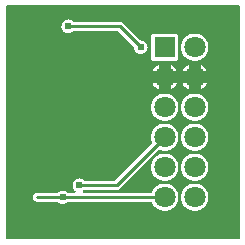
<source format=gbl>
G04 Layer: BottomLayer*
G04 EasyEDA v6.5.28, 2023-04-26 18:09:45*
G04 5b3014f588d64736849814bc4e181a52,358ee61244f84d38bc88aa0054fa78fe,10*
G04 Gerber Generator version 0.2*
G04 Scale: 100 percent, Rotated: No, Reflected: No *
G04 Dimensions in millimeters *
G04 leading zeros omitted , absolute positions ,4 integer and 5 decimal *
%FSLAX45Y45*%
%MOMM*%

%ADD10C,0.2540*%
%ADD11R,1.8000X1.8000*%
%ADD12C,1.8000*%
%ADD13C,0.6200*%

%LPD*%
G36*
X2322068Y3327908D02*
G01*
X2318156Y3328670D01*
X2314905Y3330905D01*
X2312670Y3334156D01*
X2311908Y3338068D01*
X2311908Y5297932D01*
X2312670Y5301843D01*
X2314905Y5305094D01*
X2318156Y5307330D01*
X2322068Y5308092D01*
X4281932Y5308092D01*
X4285843Y5307330D01*
X4289094Y5305094D01*
X4291330Y5301843D01*
X4292092Y5297932D01*
X4292092Y3338068D01*
X4291330Y3334156D01*
X4289094Y3330905D01*
X4285843Y3328670D01*
X4281932Y3327908D01*
G37*

%LPC*%
G36*
X3911600Y3567125D02*
G01*
X3926128Y3568039D01*
X3940403Y3570732D01*
X3954272Y3575253D01*
X3967429Y3581450D01*
X3979722Y3589223D01*
X3990949Y3598519D01*
X4000906Y3609136D01*
X4009440Y3620922D01*
X4016451Y3633673D01*
X4021836Y3647186D01*
X4025442Y3661308D01*
X4027271Y3675735D01*
X4027271Y3690264D01*
X4025442Y3704691D01*
X4021836Y3718814D01*
X4016451Y3732326D01*
X4009440Y3745077D01*
X4000906Y3756863D01*
X3990949Y3767480D01*
X3979722Y3776776D01*
X3967429Y3784549D01*
X3954272Y3790746D01*
X3940403Y3795268D01*
X3926128Y3797960D01*
X3911600Y3798874D01*
X3897071Y3797960D01*
X3882796Y3795268D01*
X3868928Y3790746D01*
X3855770Y3784549D01*
X3843477Y3776776D01*
X3832250Y3767480D01*
X3822293Y3756863D01*
X3813759Y3745077D01*
X3806748Y3732326D01*
X3801364Y3718814D01*
X3797757Y3704691D01*
X3795928Y3690264D01*
X3795928Y3675735D01*
X3797757Y3661308D01*
X3801364Y3647186D01*
X3806748Y3633673D01*
X3813759Y3620922D01*
X3822293Y3609136D01*
X3832250Y3598519D01*
X3843477Y3589223D01*
X3855770Y3581450D01*
X3868928Y3575253D01*
X3882796Y3570732D01*
X3897071Y3568039D01*
G37*
G36*
X3657600Y3567125D02*
G01*
X3672128Y3568039D01*
X3686403Y3570732D01*
X3700272Y3575253D01*
X3713429Y3581450D01*
X3725722Y3589223D01*
X3736949Y3598519D01*
X3746906Y3609136D01*
X3755440Y3620922D01*
X3762451Y3633673D01*
X3767836Y3647186D01*
X3771442Y3661308D01*
X3773271Y3675735D01*
X3773271Y3690264D01*
X3771442Y3704691D01*
X3767836Y3718814D01*
X3762451Y3732326D01*
X3755440Y3745077D01*
X3746906Y3756863D01*
X3736949Y3767480D01*
X3725722Y3776776D01*
X3713429Y3784549D01*
X3700272Y3790746D01*
X3686403Y3795268D01*
X3672128Y3797960D01*
X3657600Y3798874D01*
X3643071Y3797960D01*
X3628796Y3795268D01*
X3614928Y3790746D01*
X3601770Y3784549D01*
X3589477Y3776776D01*
X3578250Y3767480D01*
X3568293Y3756863D01*
X3559759Y3745077D01*
X3552748Y3732326D01*
X3551021Y3728008D01*
X3548837Y3724656D01*
X3545535Y3722420D01*
X3541572Y3721608D01*
X2974644Y3721608D01*
X2970530Y3722471D01*
X2967126Y3724960D01*
X2964992Y3728567D01*
X2964535Y3732784D01*
X2965805Y3736797D01*
X2968599Y3739946D01*
X2972206Y3742842D01*
X2975559Y3745179D01*
X2979521Y3745992D01*
X3250692Y3745992D01*
X3258718Y3746804D01*
X3265932Y3748989D01*
X3272637Y3752545D01*
X3278835Y3757676D01*
X3602736Y4081576D01*
X3606190Y4083812D01*
X3610254Y4084523D01*
X3614928Y4083253D01*
X3628796Y4078732D01*
X3643071Y4076039D01*
X3657600Y4075125D01*
X3672128Y4076039D01*
X3686403Y4078732D01*
X3700272Y4083253D01*
X3713429Y4089450D01*
X3725722Y4097223D01*
X3736949Y4106519D01*
X3746906Y4117136D01*
X3755440Y4128922D01*
X3762451Y4141673D01*
X3767836Y4155186D01*
X3771442Y4169308D01*
X3773271Y4183735D01*
X3773271Y4198264D01*
X3771442Y4212691D01*
X3767836Y4226814D01*
X3762451Y4240326D01*
X3755440Y4253077D01*
X3746906Y4264863D01*
X3736949Y4275480D01*
X3725722Y4284776D01*
X3713429Y4292549D01*
X3700272Y4298746D01*
X3686403Y4303268D01*
X3672128Y4305960D01*
X3657600Y4306874D01*
X3643071Y4305960D01*
X3628796Y4303268D01*
X3614928Y4298746D01*
X3601770Y4292549D01*
X3589477Y4284776D01*
X3578250Y4275480D01*
X3568293Y4264863D01*
X3559759Y4253077D01*
X3552748Y4240326D01*
X3547364Y4226814D01*
X3543757Y4212691D01*
X3541928Y4198264D01*
X3541928Y4183735D01*
X3543757Y4169308D01*
X3547364Y4155186D01*
X3550564Y4147210D01*
X3551275Y4143349D01*
X3550462Y4139539D01*
X3548278Y4136288D01*
X3238195Y3826205D01*
X3234893Y3823970D01*
X3230981Y3823208D01*
X2979521Y3823208D01*
X2975559Y3824020D01*
X2963519Y3833012D01*
X2954883Y3837381D01*
X2945688Y3840175D01*
X2936138Y3841445D01*
X2926486Y3840987D01*
X2917037Y3838956D01*
X2908096Y3835400D01*
X2899867Y3830320D01*
X2892653Y3823970D01*
X2886557Y3816451D01*
X2881884Y3808018D01*
X2878683Y3798925D01*
X2877058Y3789426D01*
X2877058Y3779774D01*
X2878683Y3770274D01*
X2881884Y3761181D01*
X2886557Y3752748D01*
X2892653Y3745229D01*
X2899308Y3739387D01*
X2901746Y3736136D01*
X2902712Y3732174D01*
X2902102Y3728161D01*
X2899918Y3724757D01*
X2896565Y3722420D01*
X2892602Y3721608D01*
X2839821Y3721608D01*
X2835859Y3722420D01*
X2823819Y3731412D01*
X2815183Y3735781D01*
X2805988Y3738575D01*
X2796438Y3739845D01*
X2786786Y3739387D01*
X2777337Y3737356D01*
X2768396Y3733800D01*
X2760167Y3728720D01*
X2754985Y3724148D01*
X2751836Y3722268D01*
X2748280Y3721608D01*
X2578608Y3721608D01*
X2570581Y3720795D01*
X2563368Y3718610D01*
X2556662Y3715054D01*
X2550820Y3710279D01*
X2546045Y3704437D01*
X2542489Y3697732D01*
X2540304Y3690518D01*
X2539542Y3683000D01*
X2540304Y3675481D01*
X2542489Y3668268D01*
X2546045Y3661562D01*
X2550820Y3655720D01*
X2556662Y3650945D01*
X2563368Y3647389D01*
X2570581Y3645204D01*
X2578608Y3644392D01*
X2748280Y3644392D01*
X2751836Y3643731D01*
X2754985Y3641851D01*
X2760167Y3637279D01*
X2768396Y3632200D01*
X2777337Y3628644D01*
X2786786Y3626612D01*
X2796438Y3626154D01*
X2805988Y3627424D01*
X2815183Y3630218D01*
X2823819Y3634587D01*
X2835859Y3643579D01*
X2839821Y3644392D01*
X3541572Y3644392D01*
X3545535Y3643579D01*
X3548837Y3641344D01*
X3551021Y3637991D01*
X3552748Y3633673D01*
X3559759Y3620922D01*
X3568293Y3609136D01*
X3578250Y3598519D01*
X3589477Y3589223D01*
X3601770Y3581450D01*
X3614928Y3575253D01*
X3628796Y3570732D01*
X3643071Y3568039D01*
G37*
G36*
X3657600Y3821125D02*
G01*
X3672128Y3822039D01*
X3686403Y3824732D01*
X3700272Y3829253D01*
X3713429Y3835450D01*
X3725722Y3843223D01*
X3736949Y3852519D01*
X3746906Y3863136D01*
X3755440Y3874922D01*
X3762451Y3887673D01*
X3767836Y3901186D01*
X3771442Y3915308D01*
X3773271Y3929735D01*
X3773271Y3944264D01*
X3771442Y3958691D01*
X3767836Y3972814D01*
X3762451Y3986326D01*
X3755440Y3999077D01*
X3746906Y4010863D01*
X3736949Y4021480D01*
X3725722Y4030776D01*
X3713429Y4038549D01*
X3700272Y4044746D01*
X3686403Y4049268D01*
X3672128Y4051960D01*
X3657600Y4052874D01*
X3643071Y4051960D01*
X3628796Y4049268D01*
X3614928Y4044746D01*
X3601770Y4038549D01*
X3589477Y4030776D01*
X3578250Y4021480D01*
X3568293Y4010863D01*
X3559759Y3999077D01*
X3552748Y3986326D01*
X3547364Y3972814D01*
X3543757Y3958691D01*
X3541928Y3944264D01*
X3541928Y3929735D01*
X3543757Y3915308D01*
X3547364Y3901186D01*
X3552748Y3887673D01*
X3559759Y3874922D01*
X3568293Y3863136D01*
X3578250Y3852519D01*
X3589477Y3843223D01*
X3601770Y3835450D01*
X3614928Y3829253D01*
X3628796Y3824732D01*
X3643071Y3822039D01*
G37*
G36*
X3911600Y3821125D02*
G01*
X3926128Y3822039D01*
X3940403Y3824732D01*
X3954272Y3829253D01*
X3967429Y3835450D01*
X3979722Y3843223D01*
X3990949Y3852519D01*
X4000906Y3863136D01*
X4009440Y3874922D01*
X4016451Y3887673D01*
X4021836Y3901186D01*
X4025442Y3915308D01*
X4027271Y3929735D01*
X4027271Y3944264D01*
X4025442Y3958691D01*
X4021836Y3972814D01*
X4016451Y3986326D01*
X4009440Y3999077D01*
X4000906Y4010863D01*
X3990949Y4021480D01*
X3979722Y4030776D01*
X3967429Y4038549D01*
X3954272Y4044746D01*
X3940403Y4049268D01*
X3926128Y4051960D01*
X3911600Y4052874D01*
X3897071Y4051960D01*
X3882796Y4049268D01*
X3868928Y4044746D01*
X3855770Y4038549D01*
X3843477Y4030776D01*
X3832250Y4021480D01*
X3822293Y4010863D01*
X3813759Y3999077D01*
X3806748Y3986326D01*
X3801364Y3972814D01*
X3797757Y3958691D01*
X3795928Y3944264D01*
X3795928Y3929735D01*
X3797757Y3915308D01*
X3801364Y3901186D01*
X3806748Y3887673D01*
X3813759Y3874922D01*
X3822293Y3863136D01*
X3832250Y3852519D01*
X3843477Y3843223D01*
X3855770Y3835450D01*
X3868928Y3829253D01*
X3882796Y3824732D01*
X3897071Y3822039D01*
G37*
G36*
X3911600Y4075125D02*
G01*
X3926128Y4076039D01*
X3940403Y4078732D01*
X3954272Y4083253D01*
X3967429Y4089450D01*
X3979722Y4097223D01*
X3990949Y4106519D01*
X4000906Y4117136D01*
X4009440Y4128922D01*
X4016451Y4141673D01*
X4021836Y4155186D01*
X4025442Y4169308D01*
X4027271Y4183735D01*
X4027271Y4198264D01*
X4025442Y4212691D01*
X4021836Y4226814D01*
X4016451Y4240326D01*
X4009440Y4253077D01*
X4000906Y4264863D01*
X3990949Y4275480D01*
X3979722Y4284776D01*
X3967429Y4292549D01*
X3954272Y4298746D01*
X3940403Y4303268D01*
X3926128Y4305960D01*
X3911600Y4306874D01*
X3897071Y4305960D01*
X3882796Y4303268D01*
X3868928Y4298746D01*
X3855770Y4292549D01*
X3843477Y4284776D01*
X3832250Y4275480D01*
X3822293Y4264863D01*
X3813759Y4253077D01*
X3806748Y4240326D01*
X3801364Y4226814D01*
X3797757Y4212691D01*
X3795928Y4198264D01*
X3795928Y4183735D01*
X3797757Y4169308D01*
X3801364Y4155186D01*
X3806748Y4141673D01*
X3813759Y4128922D01*
X3822293Y4117136D01*
X3832250Y4106519D01*
X3843477Y4097223D01*
X3855770Y4089450D01*
X3868928Y4083253D01*
X3882796Y4078732D01*
X3897071Y4076039D01*
G37*
G36*
X3911600Y4329125D02*
G01*
X3926128Y4330039D01*
X3940403Y4332732D01*
X3954272Y4337253D01*
X3967429Y4343450D01*
X3979722Y4351223D01*
X3990949Y4360519D01*
X4000906Y4371136D01*
X4009440Y4382922D01*
X4016451Y4395673D01*
X4021836Y4409186D01*
X4025442Y4423308D01*
X4027271Y4437735D01*
X4027271Y4452264D01*
X4025442Y4466691D01*
X4021836Y4480814D01*
X4016451Y4494326D01*
X4009440Y4507077D01*
X4000906Y4518863D01*
X3990949Y4529480D01*
X3979722Y4538776D01*
X3967429Y4546549D01*
X3954272Y4552746D01*
X3940403Y4557268D01*
X3926128Y4559960D01*
X3911600Y4560874D01*
X3897071Y4559960D01*
X3882796Y4557268D01*
X3868928Y4552746D01*
X3855770Y4546549D01*
X3843477Y4538776D01*
X3832250Y4529480D01*
X3822293Y4518863D01*
X3813759Y4507077D01*
X3806748Y4494326D01*
X3801364Y4480814D01*
X3797757Y4466691D01*
X3795928Y4452264D01*
X3795928Y4437735D01*
X3797757Y4423308D01*
X3801364Y4409186D01*
X3806748Y4395673D01*
X3813759Y4382922D01*
X3822293Y4371136D01*
X3832250Y4360519D01*
X3843477Y4351223D01*
X3855770Y4343450D01*
X3868928Y4337253D01*
X3882796Y4332732D01*
X3897071Y4330039D01*
G37*
G36*
X3657600Y4329125D02*
G01*
X3672128Y4330039D01*
X3686403Y4332732D01*
X3700272Y4337253D01*
X3713429Y4343450D01*
X3725722Y4351223D01*
X3736949Y4360519D01*
X3746906Y4371136D01*
X3755440Y4382922D01*
X3762451Y4395673D01*
X3767836Y4409186D01*
X3771442Y4423308D01*
X3773271Y4437735D01*
X3773271Y4452264D01*
X3771442Y4466691D01*
X3767836Y4480814D01*
X3762451Y4494326D01*
X3755440Y4507077D01*
X3746906Y4518863D01*
X3736949Y4529480D01*
X3725722Y4538776D01*
X3713429Y4546549D01*
X3700272Y4552746D01*
X3686403Y4557268D01*
X3672128Y4559960D01*
X3657600Y4560874D01*
X3643071Y4559960D01*
X3628796Y4557268D01*
X3614928Y4552746D01*
X3601770Y4546549D01*
X3589477Y4538776D01*
X3578250Y4529480D01*
X3568293Y4518863D01*
X3559759Y4507077D01*
X3552748Y4494326D01*
X3547364Y4480814D01*
X3543757Y4466691D01*
X3541928Y4452264D01*
X3541928Y4437735D01*
X3543757Y4423308D01*
X3547364Y4409186D01*
X3552748Y4395673D01*
X3559759Y4382922D01*
X3568293Y4371136D01*
X3578250Y4360519D01*
X3589477Y4351223D01*
X3601770Y4343450D01*
X3614928Y4337253D01*
X3628796Y4332732D01*
X3643071Y4330039D01*
G37*
G36*
X3708958Y4595317D02*
G01*
X3713429Y4597450D01*
X3725722Y4605223D01*
X3736949Y4614519D01*
X3746906Y4625136D01*
X3755440Y4636922D01*
X3761333Y4647641D01*
X3708958Y4647641D01*
G37*
G36*
X3860241Y4595317D02*
G01*
X3860241Y4647641D01*
X3807866Y4647641D01*
X3813759Y4636922D01*
X3822293Y4625136D01*
X3832250Y4614519D01*
X3843477Y4605223D01*
X3855770Y4597450D01*
G37*
G36*
X3962958Y4595317D02*
G01*
X3967429Y4597450D01*
X3979722Y4605223D01*
X3990949Y4614519D01*
X4000906Y4625136D01*
X4009440Y4636922D01*
X4015333Y4647641D01*
X3962958Y4647641D01*
G37*
G36*
X3606241Y4595317D02*
G01*
X3606241Y4647641D01*
X3553866Y4647641D01*
X3559759Y4636922D01*
X3568293Y4625136D01*
X3578250Y4614519D01*
X3589477Y4605223D01*
X3601770Y4597450D01*
G37*
G36*
X3807866Y4750358D02*
G01*
X3860241Y4750358D01*
X3860241Y4802682D01*
X3855770Y4800549D01*
X3843477Y4792776D01*
X3832250Y4783480D01*
X3822293Y4772863D01*
X3813759Y4761077D01*
G37*
G36*
X3708958Y4750358D02*
G01*
X3761333Y4750358D01*
X3755440Y4761077D01*
X3746906Y4772863D01*
X3736949Y4783480D01*
X3725722Y4792776D01*
X3713429Y4800549D01*
X3708958Y4802682D01*
G37*
G36*
X3553866Y4750358D02*
G01*
X3606241Y4750358D01*
X3606241Y4802682D01*
X3601770Y4800549D01*
X3589477Y4792776D01*
X3578250Y4783480D01*
X3568293Y4772863D01*
X3559759Y4761077D01*
G37*
G36*
X3962958Y4750358D02*
G01*
X4015333Y4750358D01*
X4009440Y4761077D01*
X4000906Y4772863D01*
X3990949Y4783480D01*
X3979722Y4792776D01*
X3967429Y4800549D01*
X3962958Y4802682D01*
G37*
G36*
X3568192Y4837074D02*
G01*
X3747008Y4837074D01*
X3753358Y4837785D01*
X3758793Y4839716D01*
X3763721Y4842814D01*
X3767785Y4846878D01*
X3770884Y4851806D01*
X3772814Y4857242D01*
X3773525Y4863592D01*
X3773525Y5042408D01*
X3772814Y5048758D01*
X3770884Y5054193D01*
X3767785Y5059121D01*
X3763721Y5063185D01*
X3758793Y5066284D01*
X3753358Y5068214D01*
X3747008Y5068925D01*
X3568192Y5068925D01*
X3561842Y5068214D01*
X3556406Y5066284D01*
X3551478Y5063185D01*
X3547414Y5059121D01*
X3544315Y5054193D01*
X3542385Y5048758D01*
X3541674Y5042408D01*
X3541674Y4863592D01*
X3542385Y4857242D01*
X3544315Y4851806D01*
X3547414Y4846878D01*
X3551478Y4842814D01*
X3556406Y4839716D01*
X3561842Y4837785D01*
G37*
G36*
X3911600Y4837125D02*
G01*
X3926128Y4838039D01*
X3940403Y4840732D01*
X3954272Y4845253D01*
X3967429Y4851450D01*
X3979722Y4859223D01*
X3990949Y4868519D01*
X4000906Y4879136D01*
X4009440Y4890922D01*
X4016451Y4903673D01*
X4021836Y4917186D01*
X4025442Y4931308D01*
X4027271Y4945735D01*
X4027271Y4960264D01*
X4025442Y4974691D01*
X4021836Y4988814D01*
X4016451Y5002326D01*
X4009440Y5015077D01*
X4000906Y5026863D01*
X3990949Y5037480D01*
X3979722Y5046776D01*
X3967429Y5054549D01*
X3954272Y5060746D01*
X3940403Y5065268D01*
X3926128Y5067960D01*
X3911600Y5068874D01*
X3897071Y5067960D01*
X3882796Y5065268D01*
X3868928Y5060746D01*
X3855770Y5054549D01*
X3843477Y5046776D01*
X3832250Y5037480D01*
X3822293Y5026863D01*
X3813759Y5015077D01*
X3806748Y5002326D01*
X3801364Y4988814D01*
X3797757Y4974691D01*
X3795928Y4960264D01*
X3795928Y4945735D01*
X3797757Y4931308D01*
X3801364Y4917186D01*
X3806748Y4903673D01*
X3813759Y4890922D01*
X3822293Y4879136D01*
X3832250Y4868519D01*
X3843477Y4859223D01*
X3855770Y4851450D01*
X3868928Y4845253D01*
X3882796Y4840732D01*
X3897071Y4838039D01*
G37*
G36*
X3456838Y4896154D02*
G01*
X3466388Y4897424D01*
X3475583Y4900218D01*
X3484219Y4904587D01*
X3491992Y4910328D01*
X3498646Y4917287D01*
X3504031Y4925263D01*
X3508044Y4934051D01*
X3510432Y4943398D01*
X3511296Y4953000D01*
X3510432Y4962601D01*
X3508044Y4971948D01*
X3504031Y4980736D01*
X3498646Y4988712D01*
X3491992Y4995672D01*
X3484219Y5001412D01*
X3475583Y5005781D01*
X3466388Y5008575D01*
X3452723Y5010505D01*
X3449218Y5012791D01*
X3304235Y5157724D01*
X3298037Y5162854D01*
X3291332Y5166410D01*
X3284118Y5168595D01*
X3276092Y5169408D01*
X2885440Y5169408D01*
X2881477Y5170220D01*
X2869438Y5179212D01*
X2860802Y5183581D01*
X2851607Y5186375D01*
X2842056Y5187645D01*
X2832404Y5187188D01*
X2822956Y5185156D01*
X2814015Y5181600D01*
X2805785Y5176520D01*
X2798572Y5170170D01*
X2792476Y5162651D01*
X2787802Y5154218D01*
X2784602Y5145125D01*
X2782976Y5135626D01*
X2782976Y5125974D01*
X2784602Y5116474D01*
X2787802Y5107381D01*
X2792476Y5098948D01*
X2798572Y5091430D01*
X2805785Y5085080D01*
X2814015Y5080000D01*
X2822956Y5076444D01*
X2832404Y5074412D01*
X2842056Y5073954D01*
X2851607Y5075224D01*
X2860802Y5078018D01*
X2869438Y5082387D01*
X2881477Y5091379D01*
X2885440Y5092192D01*
X3256381Y5092192D01*
X3260293Y5091430D01*
X3263595Y5089194D01*
X3394760Y4958029D01*
X3396945Y4954727D01*
X3397758Y4950866D01*
X3397758Y4948174D01*
X3399383Y4938674D01*
X3402584Y4929581D01*
X3407257Y4921148D01*
X3413353Y4913630D01*
X3420567Y4907280D01*
X3428796Y4902200D01*
X3437737Y4898644D01*
X3447186Y4896612D01*
G37*

%LPD*%
D10*
X2839615Y5130800D02*
G01*
X3276600Y5130800D01*
X2933700Y3784600D02*
G01*
X3251200Y3784600D01*
X2578100Y3683000D02*
G01*
X3657600Y3683000D01*
X3251200Y3784600D02*
G01*
X3657612Y4191012D01*
X3276600Y5130800D02*
G01*
X3454400Y4953000D01*
D11*
G01*
X3657610Y4953010D03*
D12*
G01*
X3911610Y4953010D03*
G01*
X3657610Y4699010D03*
G01*
X3911610Y4699010D03*
G01*
X3657610Y4445010D03*
G01*
X3911610Y4445010D03*
G01*
X3657610Y4191010D03*
G01*
X3911610Y4191010D03*
G01*
X3657610Y3937010D03*
G01*
X3911610Y3937010D03*
G01*
X3657610Y3683010D03*
G01*
X3911610Y3683010D03*
D13*
G01*
X2839618Y5130800D03*
G01*
X3454400Y4953000D03*
G01*
X2794000Y3683000D03*
G01*
X2933700Y3784600D03*
M02*

</source>
